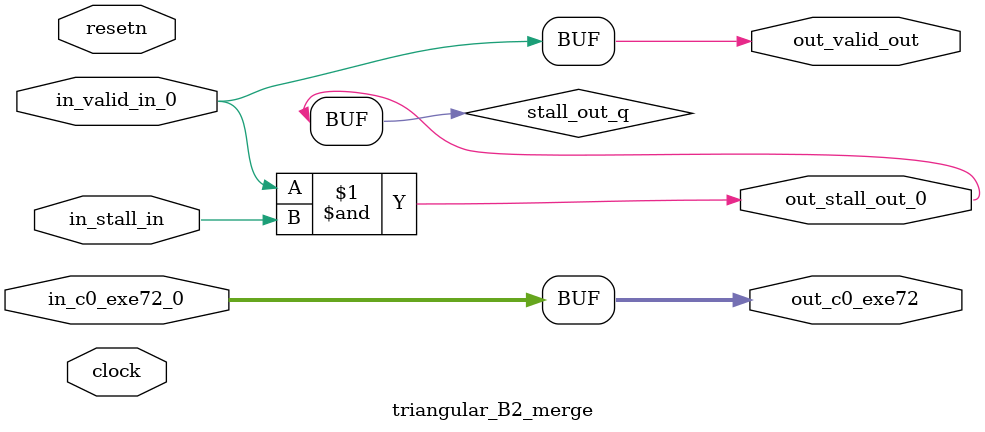
<source format=sv>



(* altera_attribute = "-name AUTO_SHIFT_REGISTER_RECOGNITION OFF; -name MESSAGE_DISABLE 10036; -name MESSAGE_DISABLE 10037; -name MESSAGE_DISABLE 14130; -name MESSAGE_DISABLE 14320; -name MESSAGE_DISABLE 15400; -name MESSAGE_DISABLE 14130; -name MESSAGE_DISABLE 10036; -name MESSAGE_DISABLE 12020; -name MESSAGE_DISABLE 12030; -name MESSAGE_DISABLE 12010; -name MESSAGE_DISABLE 12110; -name MESSAGE_DISABLE 14320; -name MESSAGE_DISABLE 13410; -name MESSAGE_DISABLE 113007; -name MESSAGE_DISABLE 10958" *)
module triangular_B2_merge (
    input wire [31:0] in_c0_exe72_0,
    input wire [0:0] in_stall_in,
    input wire [0:0] in_valid_in_0,
    output wire [31:0] out_c0_exe72,
    output wire [0:0] out_stall_out_0,
    output wire [0:0] out_valid_out,
    input wire clock,
    input wire resetn
    );

    wire [0:0] stall_out_q;


    // out_c0_exe72(GPOUT,5)
    assign out_c0_exe72 = in_c0_exe72_0;

    // stall_out(LOGICAL,8)
    assign stall_out_q = in_valid_in_0 & in_stall_in;

    // out_stall_out_0(GPOUT,6)
    assign out_stall_out_0 = stall_out_q;

    // out_valid_out(GPOUT,7)
    assign out_valid_out = in_valid_in_0;

endmodule

</source>
